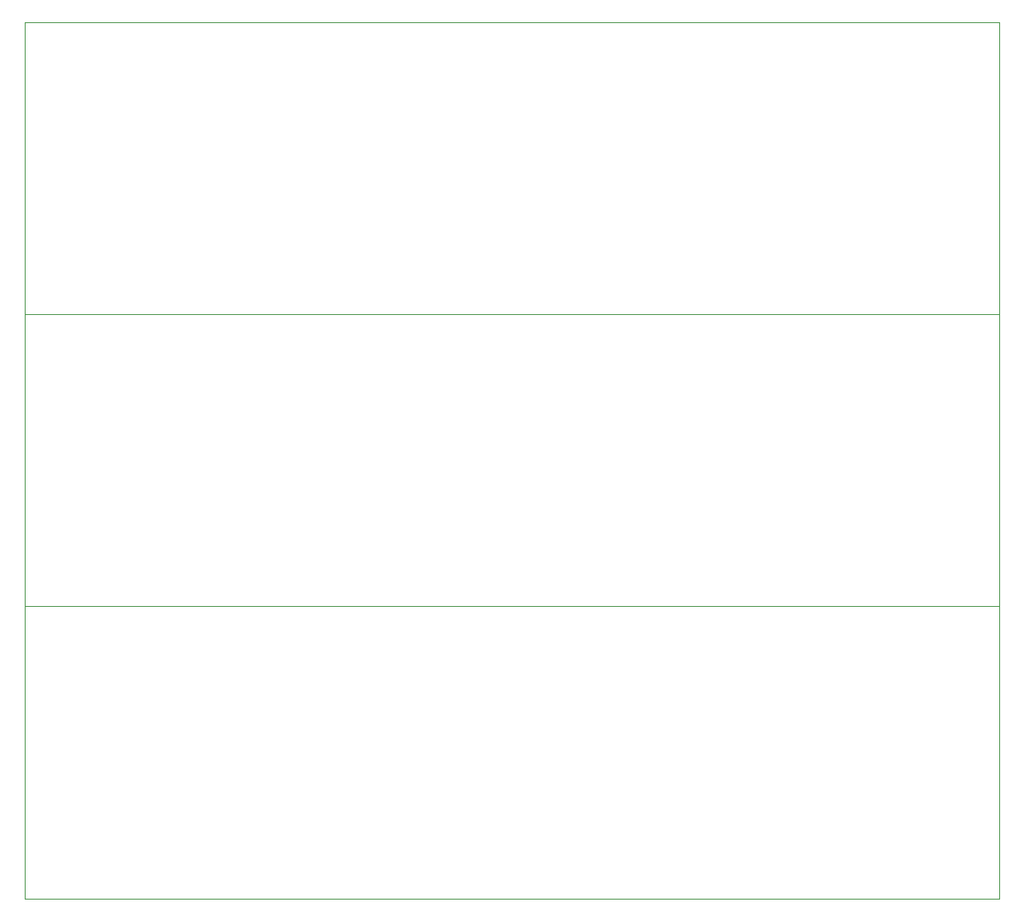
<source format=gbr>
%TF.GenerationSoftware,KiCad,Pcbnew,(6.0.10)*%
%TF.CreationDate,2023-09-25T09:49:00+09:00*%
%TF.ProjectId,simpleLogicCircuit,73696d70-6c65-44c6-9f67-696343697263,rev?*%
%TF.SameCoordinates,Original*%
%TF.FileFunction,Profile,NP*%
%FSLAX46Y46*%
G04 Gerber Fmt 4.6, Leading zero omitted, Abs format (unit mm)*
G04 Created by KiCad (PCBNEW (6.0.10)) date 2023-09-25 09:49:00*
%MOMM*%
%LPD*%
G01*
G04 APERTURE LIST*
%TA.AperFunction,Profile*%
%ADD10C,0.100000*%
%TD*%
G04 APERTURE END LIST*
D10*
X32000000Y-97000000D02*
X132000000Y-97000000D01*
X132000000Y-97000000D02*
X132000000Y-127000000D01*
X132000000Y-127000000D02*
X32000000Y-127000000D01*
X32000000Y-127000000D02*
X32000000Y-97000000D01*
X32000000Y-67000000D02*
X132000000Y-67000000D01*
X132000000Y-67000000D02*
X132000000Y-97000000D01*
X132000000Y-97000000D02*
X32000000Y-97000000D01*
X32000000Y-97000000D02*
X32000000Y-67000000D01*
X32000000Y-37000000D02*
X132000000Y-37000000D01*
X132000000Y-37000000D02*
X132000000Y-67000000D01*
X132000000Y-67000000D02*
X32000000Y-67000000D01*
X32000000Y-67000000D02*
X32000000Y-37000000D01*
M02*

</source>
